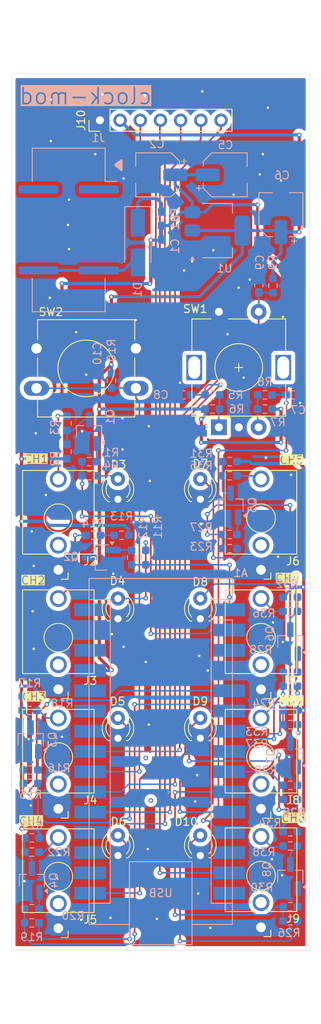
<source format=kicad_pcb>
(kicad_pcb (version 20241229) (generator "pcbnew") (generator_version "9.0")
  (layers (0 "F.Cu" signal) (2 "B.Cu" signal) (13 "F.Paste" user) (15 "B.Paste" user) (5 "F.SilkS" user "F.Silkscreen") (7 "B.SilkS" user "B.Silkscreen") (1 "F.Mask" user) (3 "B.Mask" user) (25 "Edge.Cuts" user))
  (net 0 "")
  (net 1 "ENC_B")
  (net 7 "CLOCK_CH2")
  (net 8 "CLOCK_CH1")
  (net 9 "DISP_SCK")
  (net 10 "DISP_CS")
  (net 11 "CLOCK_CH3")
  (net 12 "BTN")
  (net 13 "CLOCK_CH5")
  (net 14 "DISP_DAT")
  (net 15 "CLOCK_CH7")
  (net 16 "ENC_SW")
  (net 17 "CLOCK_CH8")
  (net 20 "ENC_A")
  (net 21 "GND")
  (net 22 "DISP_DC")
  (net 23 "+5V")
  (net 25 "CLOCK_CH6")
  (net 28 "CLOCK_CH4")
  (net 29 "DISP_RES")
  (net 30 "+12V")
  (net 31 "+VDC")
  (net 32 "Net-(D1-K)")
  (net 34 "Net-(D3-A)")
  (net 35 "Net-(D4-A)")
  (net 36 "Net-(D5-A)")
  (net 37 "Net-(D6-A)")
  (net 38 "Net-(D7-A)")
  (net 39 "Net-(D8-A)")
  (net 40 "Net-(D9-A)")
  (net 41 "Net-(D10-A)")
  (net 42 "Net-(J2-PadT)")
  (net 44 "Net-(J3-PadT)")
  (net 47 "Net-(J4-PadT)")
  (net 48 "Net-(J5-PadT)")
  (net 50 "Net-(J6-PadT)")
  (net 53 "Net-(J7-PadT)")
  (net 55 "Net-(J8-PadT)")
  (net 56 "Net-(J9-PadT)")
  (net 58 "Net-(Q1-C)")
  (net 59 "Net-(Q1-B)")
  (net 60 "Net-(Q2-B)")
  (net 61 "Net-(Q2-C)")
  (net 62 "Net-(Q3-B)")
  (net 63 "Net-(Q3-C)")
  (net 64 "Net-(Q4-B)")
  (net 65 "Net-(Q4-C)")
  (net 66 "Net-(Q5-C)")
  (net 67 "Net-(Q5-B)")
  (net 68 "Net-(Q6-C)")
  (net 69 "Net-(Q6-B)")
  (net 70 "Net-(Q7-B)")
  (net 71 "Net-(Q7-C)")
  (net 72 "Net-(Q8-C)")
  (net 73 "Net-(Q8-B)")
  (net 74 "Net-(R5-Pad2)")
  (net 75 "Net-(R7-Pad2)")
  (footprint "Connector_Audio:Jack_3.5mm_QingPu_WQP-PJ398SM_Vertical_CircularHoles" (layer "F.Cu") (at 62 141.78 180)
    (property "Reference" "J9")
    (property "Value" "AudioJack2_SwitchT" (hide yes))
  )
  (footprint "LED_THT:LED_D3.0mm" (layer "F.Cu") (at 54.36 132.77 90)
    (property "Reference" "D10")
    (property "Value" "LED")
  )
  (footprint "Connector_Audio:Jack_3.5mm_QingPu_WQP-PJ398SM_Vertical_CircularHoles" (layer "F.Cu") (at 62 111.9 180)
    (property "Reference" "J7")
    (property "Value" "AudioJack2_SwitchT" (hide yes))
  )
  (footprint "Connector_Audio:Jack_3.5mm_QingPu_WQP-PJ398SM_Vertical_CircularHoles" (layer "F.Cu") (at 62 96.9 180)
    (property "Reference" "J6")
    (property "Value" "AudioJack2_SwitchT" (hide yes))
  )
  (footprint "Connector_Audio:Jack_3.5mm_QingPu_WQP-PJ398SM_Vertical_CircularHoles" (layer "F.Cu") (at 36.5 141.9 180)
    (property "Reference" "J5")
    (property "Value" "AudioJack2_SwitchT" (hide yes))
  )
  (footprint "LED_THT:LED_D3.0mm" (layer "F.Cu") (at 44 132.77 90)
    (property "Reference" "D6")
    (property "Value" "LED")
  )
  (footprint "Connector_PinHeader_2.54mm:PinHeader_1x07_P2.54mm_Vertical" (layer "F.Cu") (at 41.73 40.45 90)
    (property "Reference" "J10")
    (property "Value" "SSD1306_OLED")
  )
  (footprint "Connector_Audio:Jack_3.5mm_QingPu_WQP-PJ398SM_Vertical_CircularHoles" (layer "F.Cu") (at 36.5 111.9 180)
    (property "Reference" "J3")
    (property "Value" "AudioJack2_SwitchT" (hide yes))
  )
  (footprint "LED_THT:LED_D3.0mm" (layer "F.Cu") (at 54.36 118.04 90)
    (property "Reference" "D9")
    (property "Value" "LED")
  )
  (footprint "Connector_Audio:Jack_3.5mm_QingPu_WQP-PJ398SM_Vertical_CircularHoles" (layer "F.Cu") (at 36.5 126.9 180)
    (property "Reference" "J4")
    (property "Value" "AudioJack2_SwitchT" (hide yes))
  )
  (footprint "LED_THT:LED_D3.0mm" (layer "F.Cu") (at 54.36 88.04 90)
    (property "Reference" "D7")
    (property "Value" "LED")
  )
  (footprint "LED_THT:LED_D3.0mm" (layer "F.Cu") (at 44 118.04 90)
    (property "Reference" "D5")
    (property "Value" "LED")
  )
  (footprint "Rotary_Encoder:RotaryEncoder_Alps_EC11E-Switch_Vertical_H20mm" (layer "F.Cu") (at 56.7 79 90)
    (property "Reference" "SW1")
    (property "Value" "ENC")
  )
  (footprint "Button_Switch_THT:SW_PUSH-12mm" (layer "F.Cu") (at 33.75 69.1)
    (property "Reference" "SW2")
    (property "Value" "SW_Push")
  )
  (footprint "Connector_Audio:Jack_3.5mm_QingPu_WQP-PJ398SM_Vertical_CircularHoles" (layer "F.Cu") (at 62 126.9 180)
    (property "Reference" "J8")
    (property "Value" "AudioJack2_SwitchT" (hide yes))
  )
  (footprint "LED_THT:LED_D3.0mm" (layer "F.Cu") (at 54.36 103.04 90)
    (property "Reference" "D8")
    (property "Value" "LED")
  )
  (footprint "LED_THT:LED_D3.0mm" (layer "F.Cu") (at 44 88.04 90)
    (property "Reference" "D3")
    (property "Value" "LED")
  )
  (footprint "Connector_Audio:Jack_3.5mm_QingPu_WQP-PJ398SM_Vertical_CircularHoles" (layer "F.Cu") (at 36.5 96.9 180)
    (property "Reference" "J2")
    (property "Value" "AudioJack2_SwitchT" (hide yes))
  )
  (footprint "LED_THT:LED_D3.0mm" (layer "F.Cu") (at 44 103.04 90)
    (property "Reference" "D4")
    (property "Value" "LED")
  )
  (footprint "Connector_IDC:IDC-Header_2x05_P2.54mm_Vertical_SMD" (layer "B.Cu") (at 37.8 54.22 180)
    (property "Reference" "J1")
    (property "Value" "POWER")
  )
  (footprint "Diode_SMD:D_SMA_Handsoldering" (layer "B.Cu") (at 46.5 55.8 -90)
    (property "Reference" "D1")
    (property "Value" "SS14")
  )
  (footprint "Resistor_SMD:R_0603_1608Metric_Pad0.98x0.95mm_HandSolder" (layer "B.Cu") (at 40.386 83.312)
    (property "Reference" "R1")
    (property "Value" "10k")
  )
  (footprint "Resistor_SMD:R_0603_1608Metric_Pad0.98x0.95mm_HandSolder" (layer "B.Cu") (at 33.02 123.698)
    (property "Reference" "R15")
    (property "Value" "1k")
  )
  (footprint "Capacitor_SMD:C_0603_1608Metric_Pad1.08x0.95mm_HandSolder" (layer "B.Cu") (at 52.324 74.93)
    (property "Reference" "C8")
    (property "Value" "10nF")
  )
  (footprint "Resistor_SMD:R_0603_1608Metric_Pad0.98x0.95mm_HandSolder" (layer "B.Cu") (at 65.6825 109.728)
    (property "Reference" "R28")
    (property "Value" "10k")
  )
  (footprint "Inductor_SMD:L_0603_1608Metric_Pad1.05x0.95mm_HandSolder" (layer "B.Cu") (at 49.5 52.8 -90)
    (property "Reference" "FB1")
    (property "Value" "1K 100MHz")
  )
  (footprint "Resistor_SMD:R_0603_1608Metric_Pad0.98x0.95mm_HandSolder" (layer "B.Cu") (at 44.45 92.5595)
    (property "Reference" "R13")
    (property "Value" "1k8")
  )
  (footprint "Resistor_SMD:R_0603_1608Metric_Pad0.98x0.95mm_HandSolder" (layer "B.Cu") (at 65.6825 139.192)
    (property "Reference" "R30")
    (property "Value" "10k")
  )
  (footprint "Resistor_SMD:R_0603_1608Metric_Pad0.98x0.95mm_HandSolder" (layer "B.Cu") (at 32.8695 114.554 180)
    (property "Reference" "R18")
    (property "Value" "120")
  )
  (footprint "Package_TO_SOT_SMD:SOT-23_Handsoldering" (layer "B.Cu") (at 41.91 95.3535 180)
    (property "Reference" "Q2")
    (property "Value" "MMBT3904")
  )
  (footprint "Resistor_SMD:R_0603_1608Metric_Pad0.98x0.95mm_HandSolder" (layer "B.Cu") (at 58.0625 85.09 180)
    (property "Reference" "R35")
    (property "Value" "120")
  )
  (footprint "Capacitor_SMD:CP_Elec_5x5.4" (layer "B.Cu") (at 64.5 52.3 90)
    (property "Reference" "C6")
    (property "Value" "10uF")
  )
  (footprint "Resistor_SMD:R_0603_1608Metric_Pad0.98x0.95mm_HandSolder" (layer "B.Cu") (at 65.6825 131.572)
    (property "Reference" "R38")
    (property "Value" "120")
  )
  (footprint "Resistor_SMD:R_0603_1608Metric_Pad0.98x0.95mm_HandSolder" (layer "B.Cu") (at 65.6825 111.506)
    (property "Reference" "R24")
    (property "Value" "1k")
  )
  (footprint "Resistor_SMD:R_0603_1608Metric_Pad0.98x0.95mm_HandSolder" (layer "B.Cu") (at 65.6825 102.108)
    (property "Reference" "R36")
    (property "Value" "120")
  )
  (footprint "Capacitor_SMD:C_0603_1608Metric_Pad1.08x0.95mm_HandSolder" (layer "B.Cu") (at 49.5 56.3 -90)
    (property "Reference" "C1")
    (property "Value" "100nF")
  )
  (footprint "Package_TO_SOT_SMD:SOT-23_Handsoldering" (layer "B.Cu") (at 40.37 79.546 90)
    (property "Reference" "Q1")
    (property "Value" "MMBT3904")
  )
  (footprint "Resistor_SMD:R_0603_1608Metric_Pad0.98x0.95mm_HandSolder" (layer "B.Cu") (at 37.592 78.486 -90)
    (property "Reference" "R3")
    (property "Value" "120")
  )
  (footprint "Resistor_SMD:R_0603_1608Metric_Pad0.98x0.95mm_HandSolder" (layer "B.Cu") (at 65.6825 123.952)
    (property "Reference" "R29")
    (property "Value" "10k")
  )
  (footprint "Resistor_SMD:R_0603_1608Metric_Pad0.98x0.95mm_HandSolder" (layer "B.Cu") (at 43.18 73.152 90)
    (property "Reference" "R10")
    (property "Value" "10k")
  )
  (footprint "Capacitor_SMD:C_0603_1608Metric_Pad1.08x0.95mm_HandSolder" (layer "B.Cu") (at 61.722 61.214 90)
    (property "Reference" "C9")
    (property "Value" "100nF")
  )
  (footprint "Resistor_SMD:R_0603_1608Metric_Pad0.98x0.95mm_HandSolder" (layer "B.Cu") (at 65.6825 129.794 180)
    (property "Reference" "R34")
    (property "Value" "1k8")
  )
  (footprint "Package_TO_SOT_SMD:SOT-23_Handsoldering" (layer "B.Cu") (at 33.1705 135.89 90)
    (property "Reference" "Q4")
    (property "Value" "MMBT3904")
  )
  (footprint "Capacitor_SMD:C_0603_1608Metric_Pad1.08x0.95mm_HandSolder" (layer "B.Cu") (at 66.04 74.93)
    (property "Reference" "C7")
    (property "Value" "10nF")
  )
  (footprint "Resistor_SMD:R_0603_1608Metric_Pad0.98x0.95mm_HandSolder" (layer "B.Cu") (at 47.498 95.3535 90)
    (property "Reference" "R11")
    (property "Value" "1k")
  )
  (footprint "Resistor_SMD:R_0603_1608Metric_Pad0.98x0.95mm_HandSolder" (layer "B.Cu") (at 37.592 82.042 -90)
    (property "Reference" "R2")
    (property "Value" "1k8")
  )
  (footprint "Resistor_SMD:R_0603_1608Metric_Pad0.98x0.95mm_HandSolder" (layer "B.Cu") (at 40.386 85.09)
    (property "Reference" "R4")
    (property "Value" "1k")
  )
  (footprint "Resistor_SMD:R_0603_1608Metric_Pad0.98x0.95mm_HandSolder" (layer "B.Cu") (at 33.1705 132.334 180)
    (property "Reference" "R22")
    (property "Value" "120")
  )
  (footprint "Capacitor_SMD:CP_Elec_5x5.4" (layer "B.Cu") (at 49 47.3 180)
    (property "Reference" "C2")
    (property "Value" "47uF")
  )
  (footprint "Capacitor_SMD:C_0603_1608Metric_Pad1.08x0.95mm_HandSolder" (layer "B.Cu") (at 41.402 73.152 90)
    (property "Reference" "C10")
    (property "Value" "100nF")
  )
  (footprint "Resistor_SMD:R_0603_1608Metric_Pad0.98x0.95mm_HandSolder" (layer "B.Cu") (at 45.72 95.3535 90)
    (property "Reference" "R12")
    (property "Value" "10k")
  )
  (footprint "Resistor_SMD:R_0603_1608Metric_Pad0.98x0.95mm_HandSolder" (layer "B.Cu") (at 33.1705 139.446)
    (property "Reference" "R20")
    (property "Value" "10k")
  )
  (footprint "Package_TO_SOT_SMD:SOT-23_Handsoldering" (layer "B.Cu") (at 65.6825 120.142 90)
    (property "Reference" "Q7")
    (property "Value" "MMBT3904")
  )
  (footprint "smg:Arduino_Nano" (layer "B.Cu") (at 57 101.92 180)
    (property "Reference" "A1")
    (property "Value" "Arduino_Nano_v3.x" (hide yes))
  )
  (footprint "Resistor_SMD:R_0603_1608Metric_Pad0.98x0.95mm_HandSolder" (layer "B.Cu") (at 55.88 76.708 180)
    (property "Reference" "R6")
    (property "Value" "10k")
  )
  (footprint "Resistor_SMD:R_0603_1608Metric_Pad0.98x0.95mm_HandSolder" (layer "B.Cu") (at 65.6825 116.332 180)
    (property "Reference" "R37")
    (property "Value" "120")
  )
  (footprint "Resistor_SMD:R_0603_1608Metric_Pad0.98x0.95mm_HandSolder" (layer "B.Cu") (at 32.8695 112.776)
    (property "Reference" "R17")
    (property "Value" "1k8")
  )
  (footprint "Capacitor_SMD:CP_Elec_5x5.4" (layer "B.Cu") (at 57.5 47.3)
    (property "Reference" "C5")
    (property "Value" "10uF")
  )
  (footprint "Resistor_SMD:R_0603_1608Metric_Pad0.98x0.95mm_HandSolder" (layer "B.Cu") (at 33.1705 141.224)
    (property "Reference" "R19")
    (property "Value" "1k")
  )
  (footprint "Package_TO_SOT_SMD:SOT-23_Handsoldering" (layer "B.Cu") (at 65.6825 105.918 90)
    (property "Reference" "Q6")
    (property "Value" "MMBT3904")
  )
  (footprint "Resistor_SMD:R_0603_1608Metric_Pad0.98x0.95mm_HandSolder" (layer "B.Cu") (at 62.484 76.708 180)
    (property "Reference" "R7")
    (property "Value" "10k")
  )
  (footprint "Resistor_SMD:R_0603_1608Metric_Pad0.98x0.95mm_HandSolder" (layer "B.Cu") (at 58.0625 83.312)
    (property "Reference" "R31")
    (property "Value" "1k8")
  )
  (footprint "Package_TO_SOT_SMD:SOT-23_Handsoldering" (layer "B.Cu") (at 33.02 118.2135 90)
    (property "Reference" "Q3")
    (property "Value" "MMBT3904")
  )
  (footprint "Resistor_SMD:R_0603_1608Metric_Pad0.98x0.95mm_HandSolder" (layer "B.Cu") (at 65.6825 100.33 180)
    (property "Reference" "R32")
    (property "Value" "1k8")
  )
  (footprint "Package_TO_SOT_SMD:SOT-223-3_TabPin2" (layer "B.Cu") (at 56.5 54.3)
    (property "Reference" "U1")
    (property "Value" "LM1117MP-5.0")
  )
  (footprint "Resistor_SMD:R_0603_1608Metric_Pad0.98x0.95mm_HandSolder" (layer "B.Cu") (at 33.02 122.0235)
    (property "Reference" "R16")
    (property "Value" "10k")
  )
  (footprint "Resistor_SMD:R_0603_1608Metric_Pad0.98x0.95mm_HandSolder" (layer "B.Cu") (at 62.484 74.93)
    (property "Reference" "R8")
    (property "Value" "10k")
  )
  (footprint "Resistor_SMD:R_0603_1608Metric_Pad0.98x0.95mm_HandSolder" (layer "B.Cu") (at 65.6825 125.73)
    (property "Reference" "R25")
    (property "Value" "1k")
  )
  (footprint "Resistor_SMD:R_0603_1608Metric_Pad0.98x0.95mm_HandSolder" (layer "B.Cu") (at 65.6825 140.97)
    (property "Reference" "R26")
    (property "Value" "1k")
  )
  (footprint "Resistor_SMD:R_0603_1608Metric_Pad0.98x0.95mm_HandSolder" (layer "B.Cu") (at 65.6825 114.554)
    (property "Reference" "R33")
    (property "Value" "1k8")
  )
  (footprint "Resistor_SMD:R_0603_1608Metric_Pad0.98x0.95mm_HandSolder" (layer "B.Cu") (at 55.88 74.93)
    (property "Reference" "R5")
    (property "Value" "10k")
  )
  (footprint "Package_TO_SOT_SMD:SOT-23_Handsoldering" (layer "B.Cu") (at 58.1735 88.766834 90)
    (property "Reference" "Q5")
    (property "Value" "MMBT3904")
  )
  (footprint "Resistor_SMD:R_0603_1608Metric_Pad0.98x0.95mm_HandSolder" (layer "B.Cu") (at 40.894 92.5595)
    (property "Reference" "R14")
    (property "Value" "120")
  )
  (footprint "Resistor_SMD:R_0603_1608Metric_Pad0.98x0.95mm_HandSolder" (layer "B.Cu") (at 63.5 61.214 90)
    (property "Reference" "R9")
    (property "Value" "10k")
  )
  (footprint "Resistor_SMD:R_0603_1608Metric_Pad0.98x0.95mm_HandSolder" (layer "B.Cu") (at 58.0625 94.234)
    (property "Reference" "R23")
    (property "Value" "1k")
  )
  (footprint "Resistor_SMD:R_0603_1608Metric_Pad0.98x0.95mm_HandSolder" (layer "B.Cu") (at 58.0625 92.456)
    (property "Reference" "R27")
    (property "Value" "10k")
  )
  (footprint "Package_TO_SOT_SMD:SOT-23_Handsoldering" (layer "B.Cu") (at 65.6825 135.382 90)
    (property "Reference" "Q8")
    (property "Value" "MMBT3904")
  )
  (footprint "Resistor_SMD:R_0603_1608Metric_Pad0.98x0.95mm_HandSolder" (layer "B.Cu") (at 33.1705 130.556)
    (property "Reference" "R21")
    (property "Value" "1k8")
  )
  (gr_rect (start 30.61 34.65) (end 68.11 144.65) (stroke (width 0.05)) (fill no) (layer "Edge.Cuts"))
  (gr_text "CH7" (at 64.262 113.919 0) (layer "F.SilkS" knockout) (effects (font (size 1 1) (thickness 0.1)) (justify left bottom)))
  (gr_text "CH6" (at 63.754 98.552 0) (layer "F.SilkS" knockout) (effects (font (size 1 1) (thickness 0.1)) (justify left bottom)))
  (gr_text "CH2" (at 31.75 98.806 0) (layer "F.SilkS" knockout) (effects (font (size 1 1) (thickness 0.1)) (justify left bottom)))
  (gr_text "CH3" (at 31.877 113.411 0) (layer "F.SilkS" knockout) (effects (font (size 1 1) (thickness 0.1)) (justify left bottom)))
  (gr_text "CH8" (at 64.516 128.651 0) (layer "F.SilkS" knockout) (effects (font (size 1 1) (thickness 0.1)) (justify left bottom)))
  (gr_text "CH4" (at 31.496 129.032 0) (layer "F.SilkS" knockout) (effects (font (size 1 1) (thickness 0.1)) (justify left bottom)))
  (gr_text "CH1" (at 32.131 83.566 0) (layer "F.SilkS" knockout) (effects (font (size 1 1) (thickness 0.1)) (justify left bottom)))
  (gr_text "CH5" (at 64.262 83.693 0) (layer "F.SilkS" knockout) (effects (font (size 1 1) (thickness 0.1)) (justify left bottom)))
  (gr_text "clock-mod" (at 48.387 38.608 0) (layer "B.SilkS" knockout) (effects (font (size 2 2) (thickness 0.2)) (justify left bottom mirror)))
  (via (at 48.133 125.857) (size 0.6) (drill 0.3) (layers "F.Cu" "B.Cu") (net 0))
  (via (at 47.498 120.523) (size 0.6) (drill 0.3) (layers "F.Cu" "B.Cu") (net 0))
  (segment (start 56.642 81.915) (end 56.642 126.492) (width 0.2) (layer "F.Cu") (net 1))
  (segment (start 65.1775 81.8885) (end 65.151 81.915) (width 0.2) (layer "F.Cu") (net 1))
  (segment (start 65.151 81.788) (end 65.151 81.915) (width 0.2) (layer "F.Cu") (net 1))
  (segment (start 56.642 126.492) (end 54.737 128.397) (width 0.2) (layer "F.Cu") (net 1))
  (segment (start 65.1775 75.946) (end 65.1775 81.8885) (width 0.2) (layer "F.Cu") (net 1))
  (via (at 56.642 81.915) (size 0.6) (drill 0.3) (layers "F.Cu" "B.Cu") (net 1))
  (via (at 65.151 81.915) (size 0.6) (drill 0.3) (layers "F.Cu" "B.Cu") (net 1))
  (via (at 54.737 128.397) (size 0.6) (drill 0.3) (layers "F.Cu" "B.Cu") (net 1))
  (via (at 65.1775 75.946) (size 0.6) (drill 0.3) (layers "F.Cu" "B.Cu") (net 1))
  (segment (start 63.3965 74.93) (end 65.1775 74.93) (width 0.2) (layer "B.Cu") (net 1))
  (segment (start 65.151 81.915) (end 56.642 81.915) (width 0.2) (layer "B.Cu") (net 1))
  (segment (start 65.1775 74.93) (end 65.1775 75.946) (width 0.2) (layer "B.Cu") (net 1))
  (segment (start 55.372 128.397) (end 54.737 128.397) (width 0.2) (layer "B.Cu") (net 1))
  (segment (start 58 129.86) (end 56.835 129.86) (width 0.2) (layer "B.Cu") (net 1))
  (segment (start 56.835 129.86) (end 55.372 128.397) (width 0.2) (layer "B.Cu") (net 1))
  (segment (start 58.039 96.266) (end 58.039 100.33) (width 0.2) (layer "F.Cu") (net 7))
  (via (at 58.039 96.266) (size 0.6) (drill 0.3) (layers "F.Cu" "B.Cu") (net 7))
  (via (at 58.039 100.33) (size 0.6) (drill 0.3) (layers "F.Cu" "B.Cu") (net 7))
  (segment (start 58.039 101.881) (end 58 101.92) (width 0.2) (layer "B.Cu") (net 7))
  (segment (start 58.039 100.33) (end 58.039 101.881) (width 0.2) (layer "B.Cu") (net 7))
  (segment (start 45.72 96.266) (end 47.498 96.266) (width 0.2) (layer "B.Cu") (net 7))
  (segment (start 47.498 96.266) (end 58.039 96.266) (width 0.2) (layer "B.Cu") (net 7))
  (segment (start 48.133 90.17) (end 48.133 104.902) (width 0.2) (layer "F.Cu") (net 8))
  (segment (start 39.497 90.17) (end 39.497 86.106) (width 0.2) (layer "F.Cu") (net 8))
  (via (at 48.133 90.17) (size 0.6) (drill 0.3) (layers "F.Cu" "B.Cu") (net 8))
  (via (at 48.133 104.902) (size 0.6) (drill 0.3) (layers "F.Cu" "B.Cu") (net 8))
  (via (at 39.497 86.106) (size 0.6) (drill 0.3) (layers "F.Cu" "B.Cu") (net 8))
  (via (at 39.497 90.17) (size 0.6) (drill 0.3) (layers "F.Cu" "B.Cu") (net 8))
  (segment (start 48.133 104.902) (end 55.245 104.902) (width 0.2) (layer "B.Cu") (net 8))
  (segment (start 39.4735 83.312) (end 39.4735 85.09) (width 0.2) (layer "B.Cu") (net 8))
  (segment (start 39.497 85.1135) (end 39.4735 85.09) (width 0.2) (layer "B.Cu") (net 8))
  (segment (start 55.687 104.46) (end 58 104.46) (width 0.2) (layer "B.Cu") (net 8))
  (segment (start 55.245 104.902) (end 55.687 104.46) (width 0.2) (layer "B.Cu") (net 8))
  (segment (start 48.133 90.17) (end 39.497 90.17) (width 0.2) (layer "B.Cu") (net 8))
  (segment (start 39.497 86.106) (end 39.497 85.1135) (width 0.2) (layer "B.Cu") (net 8))
  (segment (start 46.81 43.889) (end 46.81 40.45) (width 0.2) (layer "F.Cu") (net 9))
  (segment (start 46.736 123.19) (end 48.768 121.158) (width 0.2) (layer "F.Cu") (net 9))
  (segment (start 48.768 121.158) (end 48.768 45.847) (width 0.2) (layer "F.Cu") (net 9))
  (segment (start 48.768 45.847) (end 46.81 43.889) (width 0.2) (layer "F.Cu") (net 9))
  (segment (start 46.736 137.48) (end 46.736 123.19) (width 0.2) (layer "F.Cu") (net 9))
  (via (at 46.736 137.48) (size 0.6) (drill 0.3) (layers "F.Cu" "B.Cu") (net 9))
  (segment (start 46.736 137.48) (end 40.5 137.48) (width 0.2) (layer "B.Cu") (net 9))
  (segment (start 51.181 123.825) (end 51.181 47.371) (width 0.2) (layer "F.Cu") (net 10))
  (segment (start 56.97 41.582) (end 56.97 40.45) (width 0.2) (layer "F.Cu") (net 10))
  (segment (start 51.181 47.371) (end 56.97 41.582) (width 0.2) (layer "F.Cu") (net 10))
  (via (at 51.181 123.825) (size 0.6) (drill 0.3) (layers "F.Cu" "B.Cu") (net 10))
  (segment (start 44.384 124.78) (end 40.5 124.78) (width 0.2) (layer "B.Cu") (net 10))
  (segment (start 51.181 123.825) (end 45.339 123.825) (width 0.2) (layer "B.Cu") (net 10))
  (segment (start 45.339 123.825) (end 44.384 124.78) (width 0.2) (layer "B.Cu") (net 10))
  (segment (start 32.893 124.968) (end 32.893 124.539999) (width 0.2) (layer "F.Cu") (net 11))
  (segment (start 32.893 124.539999) (end 33.782 123.650999) (width 0.2) (layer "F.Cu") (net 11))
  (segment (start 33.782 123.650999) (end 33.782 115.062) (width 0.2) (layer "F.Cu") (net 11))
  (segment (start 33.782 115.062) (end 35.052 113.792) (width 0.2) (layer "F.Cu") (net 11))
  (via (at 32.893 124.968) (size 0.6) (drill 0.3) (layers "F.Cu" "B.Cu") (net 11))
  (via (at 35.052 113.792) (size 0.6) (drill 0.3) (layers "F.Cu" "B.Cu") (net 11))
  (segment (start 35.56 113.284) (end 43.18 113.284) (width 0.2) (layer "B.Cu") (net 11))
  (segment (start 32.464999 124.968) (end 32.1075 124.610501) (width 0.2) (layer "B.Cu") (net 11))
  (segment (start 32.1075 124.610501) (end 32.1075 123.698) (width 0.2) (layer "B.Cu") (net 11))
  (segment (start 43.18 113.284) (end 44.384 112.08) (width 0.2) (layer "B.Cu") (net 11))
  (segment (start 35.052 113.792) (end 35.56 113.284) (width 0.2) (layer "B.Cu") (net 11))
  (segment (start 44.384 112.08) (end 58 112.08) (width 0.2) (layer "B.Cu") (net 11))
  (segment (start 32.1075 122.0235) (end 32.1075 123.698) (width 0.2) (layer "B.Cu") (net 11))
  (segment (start 32.893 124.968) (end 32.464999 124.968) (width 0.2) (layer "B.Cu") (net 11))
  (segment (start 46.25 75.333) (end 46.701 75.784) (width 0.2) (layer "F.Cu") (net 12))
  (segment (start 46.25 74.1) (end 46.25 75.333) (width 0.2) (layer "F.Cu") (net 12))
  (segment (start 46.701 75.784) (end 46.701 122.24) (width 0.2) (layer "F.Cu") (net 12))
  (via (at 46.701 122.24) (size 0.6) (drill 0.3) (layers "F.Cu" "B.Cu") (net 12))
  (segment (start 41.402 74.0145) (end 43.13 74.0145) (width 0.2) (layer "B.Cu") (net 12))
  (segment (start 46.67 122.24) (end 46.701 122.209) (width 0.2) (layer "B.Cu") (net 12))
  (segment (start 46.701 122.209) (end 46.701 122.24) (width 0.2) (layer "B.Cu") (net 12))
  (segment (start 40.5 122.24) (end 46.67 122.24) (width 0.2) (layer "B.Cu") (net 12))
  (segment (start 43.13 74.0145) (end 43.18 74.0645) (width 0.2) (layer "B.Cu") (net 12))
  (segment (start 43.18 74.0645) (end 46.2145 74.0645) (width 0.2) (layer "B.Cu") (net 12))
  (segment (start 33.75 74.1) (end 41.3165 74.1) (width 0.2) (layer "B.Cu") (net 12))
  (segment (start 46.2145 74.0645) (end 46.25 74.1) (width 0.2) (layer "B.Cu") (net 12))
  (segment (start 41.3165 74.1) (end 41.402 74.0145) (width 0.2) (layer "B.Cu") (net 12))
  (segment (start 65.659 88.773) (end 65.659 112.649) (width 0.2) (layer "F.Cu") (net 13))
  (segment (start 55.245 92.456) (end 55.245 89.916) (width 0.2) (layer "F.Cu") (net 13))
  (segment (start 64.389 113.919) (end 64.389 117.475) (width 0.2) (layer "F.Cu") (net 13))
  (segment (start 65.659 112.649) (end 64.389 113.919) (width 0.2) (layer "F.Cu") (net 13))
  (via (at 55.245 89.916) (size 0.6) (drill 0.3) (layers "F.Cu" "B.Cu") (net 13))
  (via (at 64.389 117.475) (size 0.6) (drill 0.3) (layers "F.Cu" "B.Cu") (net 13))
  (via (at 55.245 92.456) (size 0.6) (drill 0.3) (layers "F.Cu" "B.Cu") (net 13))
  (via (at 65.659 88.773) (size 0.6) (drill 0.3) (layers "F.Cu" "B.Cu") (net 13))
  (segment (start 55.245 89.916) (end 56.388 88.773) (width 0.2) (layer "B.Cu") (net 13))
  (segment (start 57.15 92.456) (end 57.15 94.234) (width 0.2) (layer "B.Cu") (net 13))
  (segment (start 56.388 88.773) (end 65.659 88.773) (width 0.2) (layer "B.Cu") (net 13))
  (segment (start 60.706 117.475) (end 64.389 117.475) (width 0.2) (layer "B.Cu") (net 13))
  (segment (start 60.391 117.16) (end 60.706 117.475) (width 0.2) (layer "B.Cu") (net 13))
  (segment (start 58 117.16) (end 60.391 117.16) (width 0.2) (layer "B.Cu") (net 13))
  (segment (start 57.15 92.456) (end 55.245 92.456) (width 0.2) (layer "B.Cu") (net 13))
  (segment (start 49.276 40.524) (end 49.35 40.45) (width 0.2) (layer "F.Cu") (net 14))
  (segment (start 49.276 134.94) (end 49.276 40.524) (width 0.2) (layer "F.Cu") (net 14))
  (via (at 49.276 134.94) (size 0.6) (drill 0.3) (layers "F.Cu" "B.Cu") (net 14))
  (segment (start 49.276 134.94) (end 58 134.94) (width 0.2) (layer "B.Cu") (net 14))
  (segment (start 64.77 123.952) (end 64.77 125.73) (width 0.2) (layer "B.Cu") (net 15))
  (segment (start 63.058 122.24) (end 64.77 123.952) (width 0.2) (layer "B.Cu") (net 15))
  (segment (start 58 122.24) (end 63.058 122.24) (width 0.2) (layer "B.Cu") (net 15))
  (segment (start 51.781 119.507) (end 51.781 77.886) (width 0.2) (layer "F.Cu") (net 16))
  (segment (start 61.7 67.967) (end 61.7 64.5) (width 0.2) (layer "F.Cu") (net 16))
  (segment (start 51.781 77.886) (end 61.7 67.967) (width 0.2) (layer "F.Cu") (net 16))
  (via (at 51.781 119.507) (size 0.6) (drill 0.3) (layers "F.Cu" "B.Cu") (net 16))
  (segment (start 40.5 119.7) (end 51.496 119.7) (width 0.2) (layer "B.Cu") (net 16))
  (segment (start 61.772 62.1265) (end 61.722 62.0765) (width 0.2) (layer "B.Cu") (net 16))
  (segment (start 51.689 119.507) (end 51.781 119.507) (width 0.2) (layer "B.Cu") (net 16))
  (segment (start 61.722 62.0765) (end 61.722 64.478) (width 0.2) (layer "B.Cu") (net 16))
  (segment (start 51.496 119.7) (end 51.689 119.507) (width 0.2) (layer "B.Cu") (net 16))
  (segment (start 61.722 64.478) (end 61.7 64.5) (width 0.2) (layer "B.Cu") (net 16))
  (segment (start 63.5 62.1265) (end 61.772 62.1265) (width 0.2) (layer "B.Cu") (net 16))
  (segment (start 51.181 140.208) (end 51.181 124.841) (width 0.2) (layer "F.Cu") (net 17))
  (via (at 51.181 124.841) (size 0.6) (drill 0.3) (layers "F.Cu" "B.Cu") (net 17))
  (via (at 51.181 140.208) (size 0.6) (drill 0.3) (layers "F.Cu" "B.Cu") (net 17))
  (segment (start 51.242 124.78) (end 58 124.78) (width 0.2) (layer "B.Cu") (net 17))
  (segment (start 64.008 139.192) (end 64.77 139.192) (width 0.2) (layer "B.Cu") (net 17))
  (segment (start 62.992 140.208) (end 64.008 139.192) (width 0.2) (layer "B.Cu") (net 17))
  (segment (start 64.77 139.192) (end 64.77 140.97) (width 0.2) (layer "B.Cu") (net 17))
  (segment (start 51.181 124.841) (end 51.242 124.78) (width 0.2) (layer "B.Cu") (net 17))
  (segment (start 51.181 140.208) (end 62.992 140.208) (width 0.2) (layer "B.Cu") (net 17))
  (segment (start 52.451 78.105) (end 56.896 73.66) (width 0.2) (layer "F.Cu") (net 20))
  (segment (start 51.816 120.523) (end 52.451 119.888) (width 0.2) (layer "F.Cu") (net 20))
  (segment (start 52.451 119.888) (end 52.451 78.105) (width 0.2) (layer "F.Cu") (net 20))
  (segment (start 51.816 127.254) (end 51.816 120.523) (width 0.2) (layer "F.Cu") (net 20))
  (via (at 56.896 73.66) (size 0.6) (drill 0.3) (layers "F.Cu" "B.Cu") (net 20))
  (via (at 51.816 127.254) (size 0.6) (drill 0.3) (layers "F.Cu" "B.Cu") (net 20))
  (segment (start 53.1865 74.93) (end 54.9675 74.93) (width 0.2) (layer "B.Cu") (net 20))
  (segment (start 55.372 73.66) (end 56.896 73.66) (width 0.2) (layer "B.Cu") (net 20))
  (segment (start 51.882 127.32) (end 58 127.32) (width 0.2) (layer "B.Cu") (net 20))
  (segment (start 54.9675 74.0645) (end 55.372 73.66) (width 0.2) (layer "B.Cu") (net 20))
  (segment (start 51.816 127.254) (end 51.882 127.32) (width 0.2) (layer "B.Cu") (net 20))
  (segment (start 54.9675 74.93) (end 54.9675 74.0645) (width 0.2) (layer "B.Cu") (net 20))
  (via (at 65.532 120.396) (size 0.6) (drill 0.3) (layers "F.Cu" "B.Cu") (net 21))
  (via (at 63.373 133.223) (size 0.6) (drill 0.3) (layers "F.Cu" "B.Cu") (net 21))
  (via (at 47.879 116.332) (size 0.6) (drill 0.3) (layers "F.Cu" "B.Cu") (net 21))
  (via (at 62.865 38.862) (size 0.6) (drill 0.3) (layers "F.Cu" "B.Cu") (net 21))
  (via (at 54.229 107.696) (size 0.6) (drill 0.3) (layers "F.Cu" "B.Cu") (net 21))
  (via (at 64.643 135.255) (size 0.6) (drill 0.3) (layers "F.Cu" "B.Cu") (net 21))
  (via (at 59.817 72.771) (size 0.6) (drill 0.3) (layers "F.Cu" "B.Cu") (net 21))
  (via (at 35.433 62.738) (size 0.6) (drill 0.3) (layers "F.Cu" "B.Cu") (net 21))
  (via (at 43.41 97.385) (size 0.6) (drill 0.3) (layers "F.Cu" "B.Cu") (net 21))
  (via (at 45.974 90.932) (size 0.6) (drill 0.3) (layers "F.Cu" "B.Cu") (net 21))
  (via (at 53.975 122.682) (size 0.6) (drill 0.3) (layers "F.Cu" "B.Cu") (net 21))
  (via (at 37.846 50.419) (size 0.6) (drill 0.3) (layers "F.Cu" "B.Cu") (net 21))
  (via (at 64.7325 105.9555) (size 0.6) (drill 0.3) (layers "F.Cu" "B.Cu") (net 21))
  (via (at 55.626 141.859) (size 0.6) (drill 0.3) (layers "F.Cu" "B.Cu") (net 21))
  (via (at 41.148 44.704) (size 0.6) (drill 0.3) (layers "F.Cu" "B.Cu") (net 21))
  (via (at 52.324 59.309) (size 0.6) (drill 0.3) (layers "F.Cu" "B.Cu") (net 21))
  (via (at 44.577 81.788) (size 0.6) (drill 0.3) (layers "F.Cu" "B.Cu") (net 21))
  (via (at 43.053 140.589) (size 0.6) (drill 0.3) (layers "F.Cu" "B.Cu") (net 21))
  (via (at 60.579 60.452) (size 0.6) (drill 0.3) (layers "F.Cu" "B.Cu") (net 21))
  (via (at 44.704 47.752) (size 0.6) (drill 0.3) (layers "F.Cu" "B.Cu") (net 21))
  (via (at 48.006 85.725) (size 0.6) (drill 0.3) (layers "F.Cu" "B.Cu") (net 21))
  (via (at 44.577 77.851) (size 0.6) (drill 0.3) (layers "F.Cu" "B.Cu") (net 21))
  (via (at 33.401 96.393) (size 0.6) (drill 0.3) (layers "F.Cu" "B.Cu") (net 21))
  (via (at 42.037 37.211) (size 0.6) (drill 0.3) (layers "F.Cu" "B.Cu") (net 21))
  (via (at 33.02 126.492) (size 0.6) (drill 0.3) (layers "F.Cu" "B.Cu") (net 21))
  (via (at 47.371 37.338) (size 0.6) (drill 0.3) (layers "F.Cu" "B.Cu") (net 21))
  (via (at 40.005 72.39) (size 0.6) (drill 0.3) (layers "F.Cu" "B.Cu") (net 21))
  (via (at 48.895 140.716) (size 0.6) (drill 0.3) (layers "F.Cu" "B.Cu") (net 21))
  (via (at 62.23 44.704) (size 0.6) (drill 0.3) (layers "F.Cu" "B.Cu") (net 21))
  (via (at 35.56 43.053) (size 0.6) (drill 0.3) (layers "F.Cu" "B.Cu") (net 21))
  (via (at 58.547 49.784) (size 0.6) (drill 0.3) (layers "F.Cu" "B.Cu") (net 21))
  (via (at 47.879 78.867) (size 0.6) (drill 0.3) (layers "F.Cu" "B.Cu") (net 21))
  (via (at 33.147 92.075) (size 0.6) (drill 0.3) (layers "F.Cu" "B.Cu") (net 21))
  (via (at 61.849 47.244) (size 0.6) (drill 0.3) (layers "F.Cu" "B.Cu") (net 21))
  (via (at 64.77 65.151) (size 0.6) (drill 0.3) (layers "F.Cu" "B.Cu") (net 21))
  (via (at 47.498 108.458) (size 0.6) (drill 0.3) (layers "F.Cu" "B.Cu") (net 21))
  (via (at 36.576 132.715) (size 0.6) (drill 0.3) (layers "F.Cu" "B.Cu") (net 21))
  (via (at 46.228 65.532) (size 0.6) (drill 0.3) (layers "F.Cu" "B.Cu") (net 21))
  (via (at 64.135 95.25) (size 0.6) (drill 0.3) (layers "F.Cu" "B.Cu") (net 21))
  (via (at 32.762003 118.162032) (size 0.6) (drill 0.3) (layers "F.Cu" "B.Cu") (net 21))
  (via (at 54.61 36.83) (size 0.6) (drill 0.3) (layers "F.Cu" "B.Cu") (net 21))
  (via (at 54.102 137.541) (size 0.6) (drill 0.3) (layers "F.Cu" "B.Cu") (net 21))
  (via (at 66.9025 75.946) (size 0.6) (drill 0.3) (layers "F.Cu" "B.Cu") (net 21))
  (via (at 54.483 91.186) (size 0.6) (drill 0.3) (layers "F.Cu" "B.Cu") (net 21))
  (via (at 64.516 48.006) (size 0.6) (drill 0.3) (layers "F.Cu" "B.Cu") (net 21))
  (via (at 51.816 73.406) (size 0.6) (drill 0.3) (layers "F.Cu" "B.Cu") (net 21))
  (via (at 44.704 106.553) (size 0.6) (drill 0.3) (layers "F.Cu" "B.Cu") (net 21))
  (via (at 34.925 87.503) (size 0.6) (drill 0.3) (layers "F.Cu" "B.Cu") (net 21))
  (via (at 35.56 37.846) (size 0.6) (drill 0.3) (layers "F.Cu" "B.Cu") (net 21))
  (via (at 37.846 56.642) (size 0.6) (drill 0.3) (layers "F.Cu" "B.Cu") (net 21))
  (via (at 53.34 58.166) (size 0.6) (drill 0.3) (layers "F.Cu" "B.Cu") (net 21))
  (via (at 47.752 131.953) (size 0.6) (drill 0.3) (layers "F.Cu" "B.Cu") (net 21))
  (via (at 65.786 84.963) (size 0.6) (drill 0.3) (layers "F.Cu" "B.Cu") (net 21))
  (via (at 59.182 61.468) (size 0.6) (drill 0.3) (layers "F.Cu" "B.Cu") (net 21))
  (via (at 37.719 53.594) (size 0.6) (drill 0.3) (layers "F.Cu" "B.Cu") (net 21))
  (via (at 63.5 103.505) (size 0.6) (drill 0.3) (layers "F.Cu" "B.Cu") (net 21))
  (via (at 33.401 106.807) (size 0.6) (drill 0.3) (layers "F.Cu" "B.Cu") (net 21))
  (via (at 53.721 125.984) (size 0.6) (drill 0.3) (layers "F.Cu" "B.Cu") (net 21))
  (via (at 43.2435 104.9655) (size 0.6) (drill 0.3) (layers "F.Cu" "B.Cu") (net 21))
  (via (at 38.735 67.056) (size 0.6) (drill 0.3) (layers "F.Cu" "B.Cu") (net 21))
  (via (at 55.306 109.54) (size 0.6) (drill 0.3) (layers "F.Cu" "B.Cu") (net 21))
  (via (at 39.497 79.502) (size 0.6) (drill 0.3) (layers "F.Cu" "B.Cu") (net 21))
  (via (at 62.611 82.804) (size 0.6) (drill 0.3) (layers "F.Cu" "B.Cu") (net 21))
  (via (at 57.785 67.31) (size 0.6) (drill 0.3) (layers "F.Cu" "B.Cu") (net 21))
  (via (at 33.655 79.756) (size 0.6) (drill 0.3) (layers "F.Cu" "B.Cu") (net 21))
  (via (at 56.007 56.769) (size 0.6) (drill 0.3) (layers "F.Cu" "B.Cu") (net 21))
  (via (at 39.37 140.843) (size 0.6) (drill 0.3) (layers "F.Cu" "B.Cu") (net 21))
  (via (at 32.2205 135.9795) (size 0.6) (drill 0.3) (layers "F.Cu" "B.Cu") (net 21))
  (via (at 33.274 102.108) (size 0.6) (drill 0.3) (layers "F.Cu" "B.Cu") (net 21))
  (via (at 36.957 117.856) (size 0.6) (drill 0.3) (layers "F.Cu" "B.Cu") (net 21))
  (segment (start 59.7 47.3) (end 61.793 47.3) (width 0.4) (layer "B.Cu") (net 21))
  (segment (start 41.402 72.2895) (end 40.1055 72.2895) (width 0.4) (layer "B.Cu") (net 21))
  (segment (start 34 51.68) (end 41.6 51.68) (width 0.4) (layer "B.Cu") (net 21))
  (segment (start 57.2235 90.266834) (end 56.304334 91.186) (width 0.4) (layer "B.Cu") (net 21))
  (segment (start 32.07 118.854035) (end 32.07 119.7135) (width 0.4) (layer "B.Cu") (net 21))
  (segment (start 66.9025 75.946) (end 66.9025 74.93) (width 0.4) (layer "B.Cu") (net 21))
  (segment (start 40.1055 72.2895) (end 40.005 72.39) (width 0.4) (layer "B.Cu") (net 21))
  (segment (start 34 54.22) (end 41.6 54.22) (width 0.4) (layer "B.Cu") (net 21))
  (segment (start 53.35 56.6) (end 53.35 58.156) (width 0.4) (layer "B.Cu") (net 21))
  (segment (start 61.722 60.3515) (end 60.6795 60.3515) (width 0.4) (layer "B.Cu") (net 21))
  (segment (start 53.35 58.156) (end 53.34 58.166) (width 0.4) (layer "B.Cu") (net 21))
  (segment (start 42.738 104.46) (end 40.5 104.46) (width 0.4) (layer "B.Cu") (net 21))
  (segment (start 64.7325 136.882) (end 64.7325 135.3445) (width 0.4) (layer "B.Cu") (net 21))
  (segment (start 43.434 97.409) (end 43.41 97.385) (width 0.4) (layer "B.Cu") (net 21))
  (segment (start 39.42 79.579) (end 39.497 79.502) (width 0.4) (layer "B.Cu") (net 21))
  (segment (start 64.5 48.022) (end 64.516 48.006) (width 0.4) (layer "B.Cu") (net 21))
  (segment (start 64.7325 105.9555) (end 64.7325 107.418) (width 0.4) (layer "B.Cu") (net 21))
  (segment (start 51.4615 74.1415) (end 51.4615 74.93) (width 0.4) (layer "B.Cu") (net 21))
  (segment (start 43.2435 104.9655) (end 42.738 104.46) (width 0.4) (layer "B.Cu") (net 21))
  (segment (start 43.41 96.3035) (end 43.41 97.385) (width 0.4) (layer "B.Cu") (net 21))
  (segment (start 34 51.68) (end 34 56.76) (width 0.4) (layer "B.Cu") (net 21))
  (segment (start 64.7325 121.1955) (end 65.532 120.396) (width 0.4) (layer "B.Cu") (net 21))
  (segment (start 50.038 59.309) (end 52.324 59.309) (width 0.4) (layer "B.Cu") (net 21))
  (segment (start 64.7325 135.3445) (end 64.643 135.255) (width 0.4) (layer "B.Cu") (net 21))
  (segment (start 64.7325 121.642) (end 64.7325 121.1955) (width 0.4) (layer "B.Cu") (net 21))
  (segment (start 32.2205 135.9795) (end 32.2205 137.39) (width 0.4) (layer "B.Cu") (net 21))
  (segment (start 34 56.76) (end 41.6 56.76) (width 0.4) (layer "B.Cu") (net 21))
  (segment (start 51.816 73.406) (end 51.816 73.787) (width 0.4) (layer "B.Cu") (net 21))
  (segment (start 49.5 57.1625) (end 49.5 58.771) (width 0.4) (layer "B.Cu") (net 21))
  (segment (start 41.6 51.68) (end 41.6 56.76) (width 0.4) (layer "B.Cu") (net 21))
  (segment (start 55.306 109.54) (end 58 109.54) (width 0.4) (layer "B.Cu") (net 21))
  (segment (start 56.304334 91.186) (end 54.483 91.186) (width 0.4) (layer "B.Cu") (net 21))
  (segment (start 64.5 50.1) (end 64.5 48.022) (width 0.4) (layer "B.Cu") (net 21))
  (segment (start 60.6795 60.3515) (end 60.579 60.452) (width 0.4) (layer "B.Cu") (net 21))
  (segment (start 46.8 47.3) (end 45.156 47.3) (width 0.4) (layer "B.Cu") (net 21))
  (segment (start 61.793 47.3) (end 61.849 47.244) (width 0.4) (layer "B.Cu") (net 21))
  (segment (start 32.762003 118.162032) (end 32.07 118.854035) (width 0.4) (layer "B.Cu") (net 21))
  (segment (start 45.156 47.3) (end 44.704 47.752) (width 0.4) (layer "B.Cu") (net 21))
  (segment (start 39.42 81.046) (end 39.42 79.579) (width 0.4) (layer "B.Cu") (net 21))
  (segment (start 49.5 58.771) (end 50.038 59.309) (width 0.4) (layer "B.Cu") (net 21))
  (segment (start 51.816 73.787) (end 51.4615 74.1415) (width 0.4) (layer "B.Cu") (net 21))
  (segment (start 50.546 127.32) (end 50.546 46.736) (width 0.2) (layer "F.Cu") (net 22))
  (segment (start 54.43 42.852) (end 54.43 40.45) (width 0.2) (layer "F.Cu") (net 22))
  (segment (start 50.546 46.736) (end 54.43 42.852) (width 0.2) (layer "F.Cu") (net 22))
  (via (at 50.546 127.32) (size 0.6) (drill 0.3) (layers "F.Cu" "B.Cu") (net 22))
  (segment (start 50.546 127.32) (end 40.5 127.32) (width 0.2) (layer "B.Cu") (net 22))
  (segment (start 41.656 107.95) (end 41.656 92.71) (width 0.4) (layer "F.Cu") (net 23))
  (segment (start 66.802 42.291) (end 66.802 54.483) (width 0.4) (layer "F.Cu") (net 23))
  (segment (start 64.516 76.708) (end 64.516 80.899) (width 0.4) (layer "F.Cu") (net 23))
  (segment (start 54.483 80.899) (end 54.483 77.978) (width 0.4) (layer "F.Cu") (net 23))
  (segment (start 43.18 109.474) (end 41.656 107.95) (width 0.4) (layer "F.Cu") (net 23))
  (segment (start 41.656 92.71) (end 41.656 72.644) (width 0.4) (layer "F.Cu") (net 23))
  (segment (start 41.656 72.644) (end 43.18 71.12) (width 0.4) (layer "F.Cu") (net 23))
  (segment (start 43.18 71.12) (end 43.18 62.611) (width 0.4) (layer "F.Cu") (net 23))
  (via (at 41.656 76.708) (size 0.6) (drill 0.3) (layers "F.Cu" "B.Cu") (net 23))
  (via (at 54.483 77.978) (size 0.6) (drill 0.3) (layers "F.Cu" "B.Cu") (net 23))
  (via (at 54.483 80.899) (size 0.6) (drill 0.3) (layers "F.Cu" "B.Cu") (net 23))
  (via (at 64.516 80.899) (size 0.6) (drill 0.3) (layers "F.Cu" "B.Cu") (net 23))
  (via (at 43.18 109.474) (size 0.6) (drill 0.3) (layers "F.Cu" "B.Cu") (net 23))
  (via (at 43.18 71.12) (size 0.6) (drill 0.3) (layers "F.Cu" "B.Cu") (net 23))
  (via (at 66.802 54.483) (size 0.6) (drill 0.3) (layers "F.Cu" "B.Cu") (net 23))
  (via (at 43.18 62.611) (size 0.6) (drill 0.3) (layers "F.Cu" "B.Cu") (net 23))
  (via (at 66.802 42.291) (size 0.6) (drill 0.3) (layers "F.Cu" "B.Cu") (net 23))
  (via (at 64.516 76.708) (size 0.6) (drill 0.3) (layers "F.Cu" "B.Cu") (net 23))
  (segment (start 46.101 42.291) (end 44.27 40.46) (width 0.4) (layer "B.Cu") (net 23))
  (segment (start 64.517 54.483) (end 64.5 54.5) (width 0.4) (layer "B.Cu") (net 23))
  (segment (start 43.18 62.611) (end 54.229 62.611) (width 0.4) (layer "B.Cu") (net 23))
  (segment (start 54.991 76.7315) (end 54.9675 76.708) (width 0.4) (layer "B.Cu") (net 23))
  (segment (start 64.206 54.3) (end 59.65 54.3) (width 0.4) (layer "B.Cu") (net 23))
  (segment (start 64.5 54.5) (end 64.5 57.166) (width 0.4) (layer "B.Cu") (net 23))
  (segment (start 54.991 77.47) (end 54.991 76.7315) (width 0.4) (layer "B.Cu") (net 23))
  (segment (start 44.27 40.46) (end 44.27 40.45) (width 0.4) (layer "B.Cu") (net 23))
  (segment (start 64.516 80.899) (end 54.483 80.899) (width 0.4) (layer "B.Cu") (net 23))
  (segment (start 43.18 71.12) (end 43.18 72.2395) (width 0.4) (layer "B.Cu") (net 23))
  (segment (start 64.5 57.166) (end 63.5 58.166) (width 0.4) (layer "B.Cu") (net 23))
  (segment (start 66.802 42.291) (end 46.101 42.291) (width 0.4) (layer "B.Cu") (net 23))
  (segment (start 54.229 62.611) (end 59.65 57.19) (width 0.4) (layer "B.Cu") (net 23))
  (segment (start 53.35 54.3) (end 59.65 54.3) (width 0.4) (layer "B.Cu") (net 23))
  (segment (start 64.406 54.5) (end 64.206 54.3) (width 0.4) (layer "B.Cu") (net 23))
  (segment (start 43.114 109.54) (end 43.18 109.474) (width 0.4) (layer "B.Cu") (net 23))
  (segment (start 66.802 54.483) (end 64.517 54.483) (width 0.4) (layer "B.Cu") (net 23))
  (segment (start 64.5 54.5) (end 64.406 54.5) (width 0.4) (layer "B.Cu") (net 23))
  (segment (start 59.65 57.19) (end 59.65 54.3) (width 0.4) (layer "B.Cu") (net 23))
  (segment (start 54.483 77.978) (end 54.991 77.47) (width 0.4) (layer "B.Cu") (net 23))
  (segment (start 54.9675 76.708) (end 41.656 76.708) (width 0.4) (layer "B.Cu") (net 23))
  (segment (start 63.3965 76.708) (end 64.516 76.708) (width 0.4) (layer "B.Cu") (net 23))
  (segment (start 40.5 109.54) (end 43.114 109.54) (width 0.4) (layer "B.Cu") (net 23))
  (segment (start 63.5 58.166) (end 63.5 60.3015) (width 0.4) (layer "B.Cu") (net 23))
  (segment (start 63.627 113.665) (end 64.77 112.522) (width 0.2) (layer "F.Cu") (net 25))
  (segment (start 63.627 118.11) (end 63.627 113.665) (width 0.2) (layer "F.Cu") (net 25))
  (via (at 63.627 118.11) (size 0.6) (drill 0.3) (layers "F.Cu" "B.Cu") (net 25))
  (via (at 64.77 112.522) (size 0.6) (drill 0.3) (layers "F.Cu" "B.Cu") (net 25))
  (segment (start 61.341 118.11) (end 63.627 118.11) (width 0.2) (layer "B.Cu") (net 25))
  (segment (start 59.751 119.7) (end 61.341 118.11) (width 0.2) (layer "B.Cu") (net 25))
  (segment (start 58 119.7) (end 59.751 119.7) (width 0.2) (layer "B.Cu") (net 25))
  (segment (start 64.77 111.506) (end 64.77 112.522) (width 0.2) (layer "B.Cu") (net 25))
  (segment (start 64.77 109.728) (end 64.77 111.506) (width 0.2) (layer "B.Cu") (net 25))
  (segment (start 46.101 113.792) (end 46.101 142.621) (width 0.2) (layer "F.Cu") (net 28))
  (via (at 46.101 142.621) (size 0.6) (drill 0.3) (layers "F.Cu" "B.Cu") (net 28))
  (via (at 46.101 113.792) (size 0.6) (drill 0.3) (layers "F.Cu" "B.Cu") (net 28))
  (segment (start 32.258 141.224) (end 32.258 139.446) (width 0.2) (layer "B.Cu") (net 28))
  (segment (start 55.692 114.62) (end 58 114.62) (width 0.2) (layer "B.Cu") (net 28))
  (segment (start 46.101 143.51) (end 45.72 143.891) (width 0.2) (layer "B.Cu") (net 28))
  (segment (start 45.72 143.891) (end 33.147 143.891) (width 0.2) (layer "B.Cu") (net 28))
  (segment (start 33.147 143.891) (end 32.258 143.002) (width 0.2) (layer "B.Cu") (net 28))
  (segment (start 32.258 143.002) (end 32.258 141.224) (width 0.2) (layer "B.Cu") (net 28))
  (segment (start 54.864 113.792) (end 55.692 114.62) (width 0.2) (layer "B.Cu") (net 28))
  (segment (start 46.101 113.792) (end 54.864 113.792) (width 0.2) (layer "B.Cu") (net 28))
  (segment (start 46.101 142.621) (end 46.101 143.51) (width 0.2) (layer "B.Cu") (net 28))
  (segment (start 49.911 128.778) (end 49.911 45.847) (width 0.2) (layer "F.Cu") (net 29))
  (segment (start 51.89 43.868) (end 51.89 40.45) (width 0.2) (layer "F.Cu") (net 29))
  (segment (start 49.911 45.847) (end 51.89 43.868) (width 0.2) (layer "F.Cu") (net 29))
  (via (at 49.911 128.778) (size 0.6) (drill 0.3) (layers "F.Cu" "B.Cu") (net 29))
  (segment (start 43.307 128.778) (end 42.225 129.86) (width 0.2) (layer "B.Cu") (net 29))
  (segment (start 49.911 128.778) (end 43.307 128.778) (width 0.2) (layer "B.Cu") (net 29))
  (segment (start 42.225 129.86) (end 40.5 129.86) (width 0.2) (layer "B.Cu") (net 29))
  (segment (start 66.802 77.851) (end 66.802 83.439) (width 0.4) (layer "F.Cu") (net 30))
  (segment (start 67.376 84.013) (end 66.802 83.439) (width 0.4) (layer "F.Cu") (net 30))
  (segment (start 67.056 61.722) (end 67.056 73.279) (width 0.4) (layer "F.Cu") (net 30))
  (segment (start 31.8535 82.9545) (end 31.8535 79.7795) (width 0.4) (layer "F.Cu") (net 30))
  (segment (start 66.04 74.295) (end 66.04 77.089) (width 0.4) (layer "F.Cu") (net 30))
  (segment (start 31.877 129.413) (end 31.877 82.978) (width 0.4) (layer "F.Cu") (net 30))
  (segment (start 31.877 82.978) (end 31.8535 82.9545) (width 0.4) (layer "F.Cu") (net 30))
  (segment (start 36.957 74.676) (end 36.957 60.96) (width 0.4) (layer "F.Cu") (net 30))
  (segment (start 67.376 128.331) (end 67.376 84.013) (width 0.4) (layer "F.Cu") (net 30))
  (segment (start 66.04 77.089) (end 66.802 77.851) (width 0.4) (layer "F.Cu") (net 30))
  (segment (start 48.006 60.96) (end 48.133 60.833) (width 0.4) (layer "F.Cu") (net 30))
  (segment (start 61.595 56.261) (end 67.056 61.722) (width 0.4) (layer "F.Cu") (net 30))
  (segment (start 48.133 60.833) (end 48.133 55.499) (width 0.4) (layer "F.Cu") (net 30))
  (segment (start 31.8535 79.7795) (end 36.957 74.676) (width 0.4) (layer "F.Cu") (net 30))
  (segment (start 67.31 128.397) (end 67.376 128.331) (width 0.4) (layer "F.Cu") (net 30))
  (segment (start 67.056 73.279) (end 66.04 74.295) (width 0.4) (layer "F.Cu") (net 30))
  (segment (start 61.595 51.054) (end 61.595 56.261) (width 0.4) (layer "F.Cu") (net 30))
  (via (at 31.877 111.506) (size 0.6) (drill 0.3) (layers "F.Cu" "B.Cu") (net 30))
  (via (at 48.006 60.96) (size 0.6) (drill 0.3) (layers "F.Cu" "B.Cu") (net 30))
  (via (at 48.133 55.499) (size 0.6) (drill 0.3) (layers "F.Cu" "B.Cu") (net 30))
  (via (at 31.877 129.413) (size 0.6) (drill 0.3) (layers "F.Cu" "B.Cu") (net 30))
  (via (at 67.31 114.554) (size 0.6) (drill 0.3) (layers "F.Cu" "B.Cu") (net 30))
  (via (at 31.877 90.805) (size 0.6) (drill 0.3) (layers "F.Cu" "B.Cu") (net 30))
  (via (at 61.595 51.054) (size 0.6) (drill 0.3) (layers "F.Cu" "B.Cu") (net 30))
  (via (at 67.31 128.397) (size 0.6) (drill 0.3) (layers "F.Cu" "B.Cu") (net 30))
  (via (at 66.802 83.439) (size 0.6) (drill 0.3) (layers "F.Cu" "B.Cu") (net 30))
  (via (at 31.8535 82.9545) (size 0.6) (drill 0.3) (layers "F.Cu" "B.Cu") (net 30))
  (via (at 67.31 99.06) (size 0.6) (drill 0.3) (layers "F.Cu" "B.Cu") (net 30))
  (via (at 36.957 60.96) (size 0.6) (drill 0.3) (layers "F.Cu" "B.Cu") (net 30))
  (segment (start 53.35 50.683) (end 51.2 48.533) (width 0.4) (layer "B.Cu") (net 30))
  (segment (start 33.655 129.413) (end 34.083 129.841) (width 0.4) (layer "B.Cu") (net 30))
  (segment (start 66.595 114.554) (end 67.31 114.554) (width 0.4) (layer "B.Cu") (net 30))
  (segment (start 49.5 53.675) (end 50.338 53.675) (width 0.4) (layer "B.Cu") (net 30))
  (segment (start 60.833 83.566) (end 60.579 83.312) (width 0.4) (layer "B.Cu") (net 30))
  (segment (start 33.782 112.014) (end 33.782 112.776) (width 0.4) (layer "B.Cu") (net 30))
  (segment (start 34.798 90.805) (end 31.877 90.805) (width 0.4) (layer "B.Cu") (net 30))
  (segment (start 31.877 111.506) (end 33.274 111.506) (width 0.4) (layer "B.Cu") (net 30))
  (segment (start 48.133 55.499) (end 49.4385 55.499) (width 0.4) (layer "B.Cu") (net 30))
  (segment (start 49.4385 55.499) (end 49.5 55.4375) (width 0.4) (layer "B.Cu") (net 30))
  (segment (start 45.3625 91.8445) (end 44.831 91.313) (width 0.4) (layer "B.Cu") (net 30))
  (segment (start 33.274 111.506) (end 33.782 112.014) (width 0.4) (layer "B.Cu") (net 30))
  (segment (start 51.2 47.3) (end 55.3 47.3) (width 0.4) (layer "B.Cu") (net 30))
  (segment (start 53.35 52) (end 53.35 50.683) (width 0.4) (layer "B.Cu") (net 30))
  (segment (start 35.306 91.313) (end 34.798 90.805) (width 0.4) (layer "B.Cu") (net 30))
  (segment (start 31.8535 82.9545) (end 37.592 82.9545) (width 0.4) (layer "B.Cu") (net 30))
  (segment (start 45.3625 92.5595) (end 45.3625 91.8445) (width 0.4) (layer "B.Cu") (net 30))
  (segment (start 51.2 48.533) (end 51.2 47.3) (width 0.4) (layer "B.Cu") (net 30))
  (segment (start 54.934 52) (end 53.35 52) (width 0.4) (layer "B.Cu") (net 30))
  (segment (start 34.083 129.841) (end 34.083 130.556) (width 0.4) (layer "B.Cu") (net 30))
  (segment (start 66.802 83.439) (end 66.675 83.566) (width 0.4) (layer "B.Cu") (net 30))
  (segment (start 64.77 100.33) (end 66.04 99.06) (width 0.4) (layer "B.Cu") (net 30))
  (segment (start 66.675 83.566) (end 60.833 83.566) (width 0.4) (layer "B.Cu") (net 30))
  (segment (start 36.957 60.96) (end 48.006 60.96) (width 0.4) (layer "B.Cu") (net 30))
  (segment (start 61.595 51.054) (end 55.88 51.054) (width 0.4) (layer "B.Cu") (net 30))
  (segment (start 65.405 128.397) (end 67.31 128.397) (width 0.4) (layer "B.Cu") (net 30))
  (segment (start 60.579 83.312) (end 58.975 83.312) (width 0.4) (layer "B.Cu") (net 30))
  (segment (start 49.5 53.675) (end 49.5 55.4375) (width 0.4) (layer "B.Cu") (net 30))
  (segment (start 31.877 129.413) (end 33.655 129.413) (width 0.4) (layer "B.Cu") (net 30))
  (segment (start 64.77 129.032) (end 65.405 128.397) (width 0.4) (layer "B.Cu") (net 30))
  (segment (start 55.88 51.054) (end 54.934 52) (width 0.4) (layer "B.Cu") (net 30))
  (segment (start 52.013 52) (end 53.35 52) (width 0.4) (layer "B.Cu") (net 30))
  (segment (start 50.338 53.675) (end 52.013 52) (width 0.4) (layer "B.Cu") (net 30))
  (segment (start 64.77 129.794) (end 64.77 129.032) (width 0.4) (layer "B.Cu") (net 30))
  (segment (start 44.831 91.313) (end 35.306 91.313) (width 0.4) (layer "B.Cu") (net 30))
  (segment (start 66.04 99.06) (end 67.31 99.06) (width 0.4) (layer "B.Cu") (net 30))
  (segment (start 46.5 58.3) (end 45.713 58.3) (width 0.4) (layer "B.Cu") (net 31))
  (segment (start 34 59.3) (end 41.6 59.3) (width 0.4) (layer "B.Cu") (net 31))
  (segment (start 44.713 59.3) (end 41.6 59.3) (width 0.4) (layer "B.Cu") (net 31))
  (segment (start 45.713 58.3) (end 44.713 59.3) (width 0.4) (layer "B.Cu") (net 31))
  (segment (start 48.895 50.292) (end 46.99 50.292) (width 0.4) (layer "B.Cu") (net 32))
  (segment (start 49.5 51.925) (end 49.5 50.897) (width 0.4) (layer "B.Cu") (net 32))
  (segment (start 49.5 50.897) (end 48.895 50.292) (width 0.4) (layer "B.Cu") (net 32))
  (segment (start 46.99 50.292) (end 46.5 50.782) (width 0.4) (layer "B.Cu") (net 32))
  (segment (start 46.5 50.782) (end 46.5 53.3) (width 0.4) (layer "B.Cu") (net 32))
  (segment (start 41.2985 85.09) (end 43.59 85.09) (width 0.2) (layer "B.Cu") (net 34))
  (segment (start 43.59 85.09) (end 44 85.5) (width 0.2) (layer "B.Cu") (net 34))
  (segment (start 47.498 93.472) (end 47.498 100.457) (width 0.2) (layer "F.Cu") (net 35))
  (via (at 47.498 100.457) (size 0.6) (drill 0.3) (layers "F.Cu" "B.Cu") (net 35))
  (via (at 47.498 93.472) (size 0.6) (drill 0.3) (layers "F.Cu" "B.Cu") (net 35))
  (segment (start 47.498 94.441) (end 47.498 93.472) (width 0.2) (layer "B.Cu") (net 35))
  (segment (start 47.455 100.5) (end 44 100.5) (width 0.2) (layer "B.Cu") (net 35))
  (segment (start 47.498 100.457) (end 47.455 100.5) (width 0.2) (layer "B.Cu") (net 35))
  (segment (start 45.466 128.143) (end 45.466 116.966) (width 0.2) (layer "F.Cu") (net 36))
  (segment (start 45.466 116.966) (end 44 115.5) (width 0.2) (layer "F.Cu") (net 36))
  (via (at 45.466 128.143) (size 0.6) (drill 0.3) (layers "F.Cu" "B.Cu") (net 36))
  (segment (start 34.925 128.651) (end 33.9325 127.6585) (width 0.2) (layer "B.Cu") (net 36))
  (segment (start 33.9325 127.6585) (end 33.9325 123.698) (width 0.2) (layer "B.Cu") (net 36))
  (segment (start 42.799 128.651) (end 34.925 128.651) (width 0.2) (layer "B.Cu") (net 36))
  (segment (start 45.466 128.143) (end 43.307 128.143) (width 0.2) (layer "B.Cu") (net 36))
  (segment (start 43.307 128.143) (end 42.799 128.651) (width 0.2) (layer "B.Cu") (net 36))
  (segment (start 45.466 143.256) (end 45.466 131.696) (width 0.2) (layer "F.Cu") (net 37))
  (segment (start 45.466 131.696) (end 44 130.23) (width 0.2) (layer "F.Cu") (net 37))
  (via (at 45.466 143.256) (size 0.6) (drill 0.3) (layers "F.Cu" "B.Cu") (net 37))
  (segment (start 34.083 142.795) (end 34.083 141.224) (width 0.2) (layer "B.Cu") (net 37))
  (segment (start 34.544 143.256) (end 34.083 142.795) (width 0.2) (layer "B.Cu") (net 37))
  (segment (start 45.466 143.256) (end 34.544 143.256) (width 0.2) (layer "B.Cu") (net 37))
  (segment (start 54.5465 85.471) (end 56.007 86.9315) (width 0.2) (layer "F.Cu") (net 38))
  (segment (start 54.36 85.5) (end 54.389 85.471) (width 0.2) (layer "F.Cu") (net 38))
  (segment (start 54.389 85.471) (end 54.5465 85.471) (width 0.2) (layer "F.Cu") (net 38))
  (segment (start 56.007 86.9315) (end 56.007 95.377) (width 0.2) (layer "F.Cu") (net 38))
  (via (at 56.007 95.377) (size 0.6) (drill 0.3) (layers "F.Cu" "B.Cu") (net 38))
  (segment (start 56.007 95.377) (end 58.42 95.377) (width 0.2) (layer "B.Cu") (net 38))
  (segment (start 58.42 95.377) (end 58.975 94.822) (width 0.2) (layer "B.Cu") (net 38))
  (segment (start 58.975 94.822) (end 58.975 94.234) (width 0.2) (layer "B.Cu") (net 38))
  (segment (start 66.802 112.395) (end 66.595 112.395) (width 0.2) (layer "F.Cu") (net 39))
  (segment (start 66.421 112.014) (end 66.802 112.395) (width 0.2) (layer "F.Cu") (net 39))
  (segment (start 66.421 97.79) (end 66.421 112.014) (width 0.2) (layer "F.Cu") (net 39))
  (via (at 66.421 97.79) (size 0.6) (drill 0.3) (layers "F.Cu" "B.Cu") (net 39))
  (via (at 66.595 112.395) (size 0.6) (drill 0.3) (layers "F.Cu" "B.Cu") (net 39))
  (segment (start 66.421 97.79) (end 65.532 98.679) (width 0.2) (layer "B.Cu") (net 39))
  (segment (start 56.181 98.679) (end 54.36 100.5) (width 0.2) (layer "B.Cu") (net 39))
  (segment (start 66.595 112.395) (end 66.595 111.506) (width 0.2) (layer "B.Cu") (net 39))
  (segment (start 65.532 98.679) (end 56.181 98.679) (width 0.2) (layer "B.Cu") (net 39))
  (segment (start 64.262 120.142) (end 64.262 127) (width 0.2) (layer "F.Cu") (net 40))
  (segment (start 52.959 120.904) (end 52.959 116.901) (width 0.2) (layer "F.Cu") (net 40))
  (segment (start 52.959 116.901) (end 54.36 115.5) (width 0.2) (layer "F.Cu") (net 40))
  (via (at 64.262 120.142) (size 0.6) (drill 0.3) (layers "F.Cu" "B.Cu") (net 40))
  (via (at 64.262 127) (size 0.6) (drill 0.3) (layers "F.Cu" "B.Cu") (net 40))
  (via (at 52.959 120.904) (size 0.6) (drill 0.3) (layers "F.Cu" "B.Cu") (net 40))
  (segment (start 66.167 127) (end 66.595 126.572) (width 0.2) (layer "B.Cu") (net 40))
  (segment (start 64.262 127) (end 66.167 127) (width 0.2) (layer "B.Cu") (net 40))
  (segment (start 63.5 120.904) (end 64.262 120.142) (width 0.2) (layer "B.Cu") (net 40))
  (segment (start 66.595 126.572) (end 66.595 125.73) (width 0.2) (layer "B.Cu") (net 40))
  (segment (start 52.959 120.904) (end 63.5 120.904) (width 0.2) (layer "B.Cu") (net 40))
  (segment (start 51.816 143.51) (end 51.816 132.588) (width 0.2) (layer "F.Cu") (net 41))
  (segment (start 51.816 132.588) (end 54.174 130.23) (width 0.2) (layer "F.Cu") (net 41))
  (segment (start 54.174 130.23) (end 54.36 130.23) (width 0.2) (layer "F.Cu") (net 41))
  (via (at 51.816 143.51) (size 0.6) (drill 0.3) (layers "F.Cu" "B.Cu") (net 41))
  (segment (start 65.532 143.51) (end 66.595 142.447) (width 0.2) (layer "B.Cu") (net 41))
  (segment (start 66.595 142.447) (end 66.595 140.97) (width 0.2) (layer "B.Cu") (net 41))
  (segment (start 51.816 143.51) (end 65.532 143.51) (width 0.2) (layer "B.Cu") (net 41))
  (segment (start 36.5 77.648) (end 36.449 77.597) (width 0.2) (layer "F.Cu") (net 42))
  (segment (start 36.5 85.5) (end 36.5 77.648) (width 0.2) (layer "F.Cu") (net 42))
  (via (at 36.449 77.597) (size 0.6) (drill 0.3) (layers "F.Cu" "B.Cu") (net 42))
  (segment (start 36.449 77.597) (end 37.5685 77.597) (width 0.2) (layer "B.Cu") (net 42))
  (segment (start 37.5685 77.597) (end 37.592 77.5735) (width 0.2) (layer "B.Cu") (net 42))
  (segment (start 38.6315 92.5595) (end 38.608 92.583) (width 0.2) (layer "F.Cu") (net 44))
  (segment (start 38.608 98.392) (end 36.5 100.5) (width 0.2) (layer "F.Cu") (net 44))
  (segment (start 38.608 92.583) (end 38.608 98.392) (width 0.2) (layer "F.Cu") (net 44))
  (via (at 38.6315 92.5595) (size 0.6) (drill 0.3) (layers "F.Cu" "B.Cu") (net 44))
  (segment (start 38.608 92.583) (end 38.6315 92.5595) (width 0.2) (layer "B.Cu") (net 44))
  (segment (start 39.9815 92.5595) (end 38.6315 92.5595) (width 0.2) (layer "B.Cu") (net 44))
  (segment (start 34.036 114.554) (end 34.982 115.5) (width 0.2) (layer "B.Cu") (net 47))
  (segment (start 33.782 114.554) (end 34.036 114.554) (width 0.2) (layer "B.Cu") (net 47))
  (segment (start 34.982 115.5) (end 36.5 115.5) (width 0.2) (layer "B.Cu") (net 47))
  (segment (start 34.666 132.334) (end 36.5 130.5) (width 0.2) (layer "B.Cu") (net 48))
  (segment (start 34.083 132.334) (end 34.666 132.334) (width 0.2) (layer "B.Cu") (net 48))
  (segment (start 61.59 85.09) (end 62 85.5) (width 0.2) (layer "B.Cu") (net 50))
  (segment (start 58.975 85.09) (end 61.59 85.09) (width 0.2) (layer "B.Cu") (net 50))
  (segment (start 64.77 102.108) (end 63.608 102.108) (width 0.2) (layer "B.Cu") (net 53))
  (segment (start 63.608 102.108) (end 62 100.5) (width 0.2) (layer "B.Cu") (net 53))
  (segment (start 66.675 113.538) (end 66.675 117.348) (width 0.2) (layer "F.Cu") (net 55))
  (via (at 66.675 117.348) (size 0.6) (drill 0.3) (layers "F.Cu" "B.Cu") (net 55))
  (via (at 66.675 113.538) (size 0.6) (drill 0.3) (layers "F.Cu" "B.Cu") (net 55))
  (segment (start 66.675 116.412) (end 66.595 116.332) (width 0.2) (layer "B.Cu") (net 55))
  (segment (start 63.962 113.538) (end 62 115.5) (width 0.2) (layer "B.Cu") (net 55))
  (segment (start 66.675 117.348) (end 66.675 116.412) (width 0.2) (layer "B.Cu") (net 55))
  (segment (start 66.675 113.538) (end 63.962 113.538) (width 0.2) (layer "B.Cu") (net 55))
  (segment (start 64.643 131.699) (end 63.319 131.699) (width 0.2) (layer "B.Cu") (net 56))
  (segment (start 63.319 131.699) (end 62 130.38) (width 0.2) (layer "B.Cu") (net 56))
  (segment (start 64.77 131.572) (end 64.643 131.699) (width 0.2) (layer "B.Cu") (net 56))
  (segment (start 37.592 79.3985) (end 37.592 81.1295) (width 0.2) (layer "B.Cu") (net 58))
  (segment (start 38.3305 79.3985) (end 37.592 79.3985) (width 0.2) (layer "B.Cu") (net 58))
  (segment (start 39.683 78.046) (end 38.3305 79.3985) (width 0.2) (layer "B.Cu") (net 58))
  (segment (start 40.37 78.046) (end 39.683 78.046) (width 0.2) (layer "B.Cu") (net 58))
  (segment (start 41.32 81.046) (end 41.32 83.2905) (width 0.2) (layer "B.Cu") (net 59))
  (segment (start 41.32 83.2905) (end 41.2985 83.312) (width 0.2) (layer "B.Cu") (net 59))
  (segment (start 43.41 94.4035) (end 45.6825 94.4035) (width 0.2) (layer "B.Cu") (net 60))
  (segment (start 45.6825 94.4035) (end 45.72 94.441) (width 0.2) (layer "B.Cu") (net 60))
  (segment (start 40.41 94.845) (end 41.8065 93.4485) (width 0.2) (layer "B.Cu") (net 61))
  (segment (start 41.8065 92.5595) (end 43.5375 92.5595) (width 0.2) (layer "B.Cu") (net 61))
  (segment (start 41.8065 93.4485) (end 41.8065 92.5595) (width 0.2) (layer "B.Cu") (net 61))
  (segment (start 40.41 95.3535) (end 40.41 94.845) (width 0.2) (layer "B.Cu") (net 61))
  (segment (start 33.97 119.7135) (end 33.97 121.986) (width 0.2) (layer "B.Cu") (net 62))
  (segment (start 33.97 121.986) (end 33.9325 122.0235) (width 0.2) (layer "B.Cu") (net 62))
  (segment (start 33.02 115.617) (end 31.957 114.554) (width 0.2) (layer "B.Cu") (net 63))
  (segment (start 31.957 112.776) (end 31.957 114.554) (width 0.2) (layer "B.Cu") (net 63))
  (segment (start 33.02 116.7135) (end 33.02 115.617) (width 0.2) (layer "B.Cu") (net 63))
  (segment (start 34.083 139.446) (end 34.083 137.4275) (width 0.2) (layer "B.Cu") (net 64))
  (segment (start 34.083 137.4275) (end 34.1205 137.39) (width 0.2) (layer "B.Cu") (net 64))
  (segment (start 33.1705 134.39) (end 33.1705 133.2465) (width 0.2) (layer "B.Cu") (net 65))
  (segment (start 33.1705 133.2465) (end 32.258 132.334) (width 0.2) (layer "B.Cu") (net 65))
  (segment (start 32.258 130.556) (end 32.258 132.334) (width 0.2) (layer "B.Cu") (net 65))
  (segment (start 57.15 86.995) (end 57.421834 87.266834) (width 0.2) (layer "B.Cu") (net 66))
  (segment (start 57.15 85.09) (end 57.15 86.995) (width 0.2) (layer "B.Cu") (net 66))
  (segment (start 57.421834 87.266834) (end 58.1735 87.266834) (width 0.2) (layer "B.Cu") (net 66))
  (segment (start 57.15 83.312) (end 57.15 85.09) (width 0.2) (layer "B.Cu") (net 66))
  (segment (start 59.1235 90.266834) (end 59.1235 91.4985) (width 0.2) (layer "B.Cu") (net 67))
  (segment (start 58.975 91.647) (end 58.975 92.456) (width 0.2) (layer "B.Cu") (net 67))
  (segment (start 59.1235 91.4985) (end 58.975 91.647) (width 0.2) (layer "B.Cu") (net 67))
  (segment (start 65.6825 103.0205) (end 66.595 102.108) (width 0.2) (layer "B.Cu") (net 68))
  (segment (start 66.595 102.108) (end 66.595 100.33) (width 0.2) (layer "B.Cu") (net 68))
  (segment (start 65.6825 104.418) (end 65.6825 103.0205) (width 0.2) (layer "B.Cu") (net 68))
  (segment (start 66.595 109.728) (end 66.595 107.4555) (width 0.2) (layer "B.Cu") (net 69))
  (segment (start 66.595 107.4555) (end 66.6325 107.418) (width 0.2) (layer "B.Cu") (net 69))
  (segment (start 66.6325 121.642) (end 66.6325 123.9145) (width 0.2) (layer "B.Cu") (net 70))
  (segment (start 66.6325 123.9145) (end 66.595 123.952) (width 0.2) (layer "B.Cu") (net 70))
  (segment (start 64.77 114.554) (end 64.77 116.332) (width 0.2) (layer "B.Cu") (net 71))
  (segment (start 64.77 116.713) (end 64.77 116.332) (width 0.2) (layer "B.Cu") (net 71))
  (segment (start 65.6825 117.6255) (end 64.77 116.713) (width 0.2) (layer "B.Cu") (net 71))
  (segment (start 65.6825 118.642) (end 65.6825 117.6255) (width 0.2) (layer "B.Cu") (net 71))
  (segment (start 66.595 129.794) (end 66.595 131.572) (width 0.2) (layer "B.Cu") (net 72))
  (segment (start 66.595 131.652) (end 65.6825 132.5645) (width 0.2) (layer "B.Cu") (net 72))
  (segment (start 66.595 131.572) (end 66.595 131.652) (width 0.2) (layer "B.Cu") (net 72))
  (segment (start 65.6825 132.5645) (end 65.6825 133.882) (width 0.2) (layer "B.Cu") (net 72))
  (segment (start 66.6325 136.882) (end 66.6325 139.1545) (width 0.2) (layer "B.Cu") (net 73))
  (segment (start 66.6325 139.1545) (end 66.595 139.192) (width 0.2) (layer "B.Cu") (net 73))
  (segment (start 56.7925 76.708) (end 56.7925 76.9385) (width 0.2) (layer "B.Cu") (net 74))
  (segment (start 56.7925 74.93) (end 56.7925 76.708) (width 0.2) (layer "B.Cu") (net 74))
  (segment (start 56.7925 76.9385) (end 56.7 77.031) (width 0.2) (layer "B.Cu") (net 74))
  (segment (start 56.7 77.031) (end 56.7 79) (width 0.2) (layer "B.Cu") (net 74))
  (segment (start 61.5715 74.93) (end 61.5715 76.708) (width 0.2) (layer "B.Cu") (net 75))
  (segment (start 61.5715 78.8715) (end 61.7 79) (width 0.2) (layer "B.Cu") (net 75))
  (segment (start 61.5715 76.708) (end 61.5715 78.8715) (width 0.2) (layer "B.Cu") (net 75))
  (zone (net 21) (net_name "GND") (layers "F.Cu" "B.Cu") (name "POW_GND") (connect_pads yes (clearance 0.5)) (min_thickness 0.25) (fill yes (thermal_gap 0.5) (thermal_bridge_width 0.5))
    (polygon (pts (xy 30.607 34.671) (xy 68.072 34.671) (xy 68.072 144.653) (xy 30.607 144.653)))
  )
  (zone (net 0) (net_name "") (layer "B.SilkS") (connect_pads (clearance 0.5)) (min_thickness 0.25) (fill yes (thermal_gap 0.5) (thermal_bridge_width 0.5))
    (polygon (pts (xy 43.434 46.04) (xy 44.577 45.212) (xy 44.577 46.99)))
  )
)
</source>
